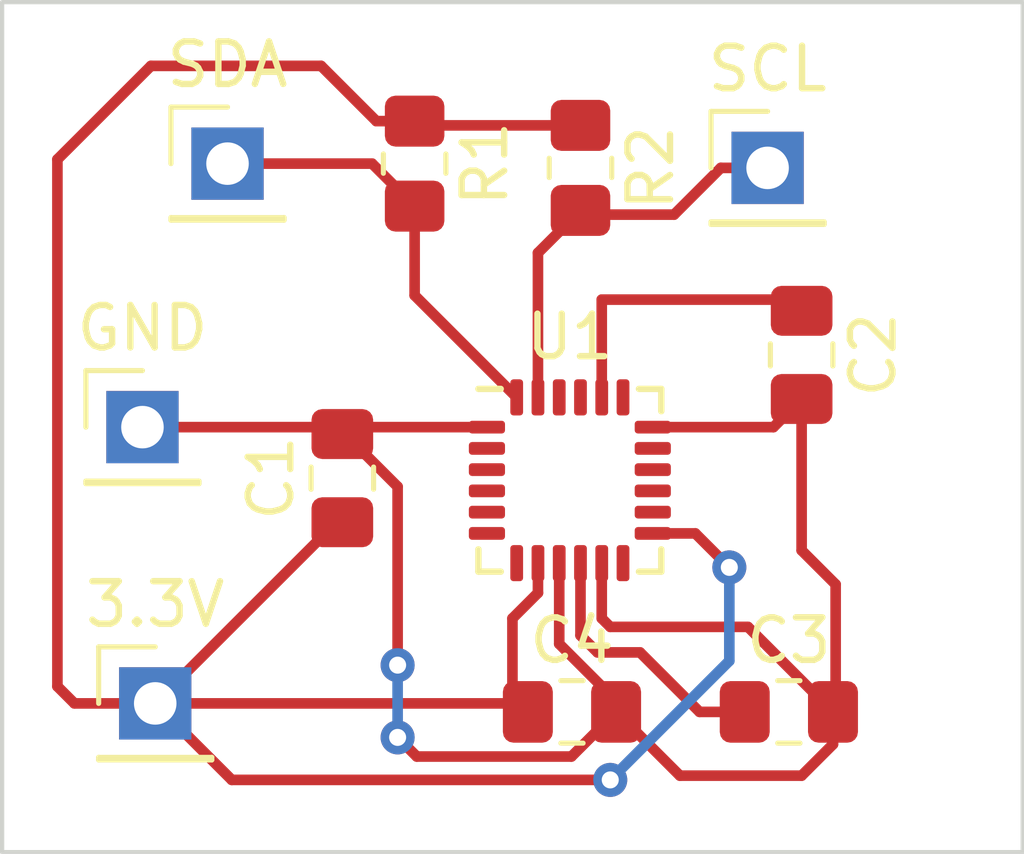
<source format=kicad_pcb>
(kicad_pcb (version 20221018) (generator pcbnew)
  (layers (0 "F.Cu" signal) (31 "B.Cu" signal) (34 "B.Paste" user) (35 "F.Paste" user) (36 "B.SilkS" user "B.Silkscreen") (37 "F.SilkS" user "F.Silkscreen") (38 "B.Mask" user) (39 "F.Mask" user) (44 "Edge.Cuts" user))
  (net 0 "")
  (net 1 "3.3V")
  (net 2 "GND")
  (net 3 "Net-(U1-CPOUT)")
  (net 4 "Net-(U1-REGOUT)")
  (net 5 "SDA")
  (net 6 "SCL")
  (footprint "Connector_PinHeader_2.54mm:PinHeader_1x01_P2.54mm_Vertical" (layer "F.Cu") (at 151.3 99.5)
    (fp_text reference "SDA" (at 0 -2.33) (layer "F.SilkS"))
    (fp_text value "SDA")
    (fp_line (start -1.33 -1.33) (end 0 -1.33) (stroke (width 0.12)) (layer "F.SilkS"))
    (fp_line (start -1.33 0) (end -1.33 -1.33) (stroke (width 0.12)) (layer "F.SilkS"))
    (fp_line (start -1.33 1.27) (end -1.33 1.33) (stroke (width 0.12)) (layer "F.SilkS"))
    (fp_line (start -1.33 1.27) (end 1.33 1.27) (stroke (width 0.12)) (layer "F.SilkS"))
    (fp_line (start -1.33 1.33) (end 1.33 1.33) (stroke (width 0.12)) (layer "F.SilkS"))
    (fp_line (start 1.33 1.27) (end 1.33 1.33) (stroke (width 0.12)) (layer "F.SilkS"))
    (pad "1" thru_hole rect (at 0 0) (size 1.7 1.7) (drill 1) (layers "*.Cu" "*.Mask") (net 5 "SDA"))
  )
  (footprint "Capacitor_SMD:C_0805_2012Metric_Pad1.18x1.45mm_HandSolder" (layer "F.Cu") (at 164.5 112.4)
    (fp_text reference "C3" (at 0 -1.68) (layer "F.SilkS"))
    (fp_text value "100nF")
    (fp_line (start -0.261252 -0.735) (end 0.261252 -0.735) (stroke (width 0.12)) (layer "F.SilkS"))
    (fp_line (start -0.261252 0.735) (end 0.261252 0.735) (stroke (width 0.12)) (layer "F.SilkS"))
    (pad "1" smd roundrect (at -1.0375 0) (size 1.175 1.45) (layers "F.Cu" "F.Paste" "F.Mask") (roundrect_rratio 0.212766) (net 4 "Net-(U1-REGOUT)"))
    (pad "2" smd roundrect (at 1.0375 0) (size 1.175 1.45) (layers "F.Cu" "F.Paste" "F.Mask") (roundrect_rratio 0.212766) (net 2 "GND"))
  )
  (footprint "Connector_PinHeader_2.54mm:PinHeader_1x01_P2.54mm_Vertical" (layer "F.Cu") (at 164 99.6)
    (fp_text reference "SCL" (at 0 -2.33) (layer "F.SilkS"))
    (fp_text value "SCL")
    (fp_line (start -1.33 -1.33) (end 0 -1.33) (stroke (width 0.12)) (layer "F.SilkS"))
    (fp_line (start -1.33 0) (end -1.33 -1.33) (stroke (width 0.12)) (layer "F.SilkS"))
    (fp_line (start -1.33 1.27) (end -1.33 1.33) (stroke (width 0.12)) (layer "F.SilkS"))
    (fp_line (start -1.33 1.27) (end 1.33 1.27) (stroke (width 0.12)) (layer "F.SilkS"))
    (fp_line (start -1.33 1.33) (end 1.33 1.33) (stroke (width 0.12)) (layer "F.SilkS"))
    (fp_line (start 1.33 1.27) (end 1.33 1.33) (stroke (width 0.12)) (layer "F.SilkS"))
    (pad "1" thru_hole rect (at 0 0) (size 1.7 1.7) (drill 1) (layers "*.Cu" "*.Mask") (net 6 "SCL"))
  )
  (footprint "Sensor_Motion:InvenSense_QFN-24_4x4mm_P0.5mm" (layer "F.Cu") (at 159.35 106.95)
    (fp_text reference "U1" (at 0 -3.375) (layer "F.SilkS"))
    (fp_text value "MPU-6050")
    (fp_line (start -2.15 -2.15) (end -1.625 -2.15) (stroke (width 0.15)) (layer "F.SilkS"))
    (fp_line (start -2.15 2.15) (end -2.15 1.625) (stroke (width 0.15)) (layer "F.SilkS"))
    (fp_line (start -2.15 2.15) (end -1.625 2.15) (stroke (width 0.15)) (layer "F.SilkS"))
    (fp_line (start 2.15 -2.15) (end 1.625 -2.15) (stroke (width 0.15)) (layer "F.SilkS"))
    (fp_line (start 2.15 -2.15) (end 2.15 -1.625) (stroke (width 0.15)) (layer "F.SilkS"))
    (fp_line (start 2.15 2.15) (end 1.625 2.15) (stroke (width 0.15)) (layer "F.SilkS"))
    (fp_line (start 2.15 2.15) (end 2.15 1.625) (stroke (width 0.15)) (layer "F.SilkS"))
    (pad "1" smd roundrect (at -1.95 -1.25) (size 0.85 0.3) (layers "F.Cu" "F.Paste" "F.Mask") (net 2 "GND"))
    (pad "2" smd roundrect (at -1.95 -0.75) (size 0.85 0.3) (layers "F.Cu" "F.Paste" "F.Mask"))
    (pad "3" smd roundrect (at -1.95 -0.25) (size 0.85 0.3) (layers "F.Cu" "F.Paste" "F.Mask"))
    (pad "4" smd roundrect (at -1.95 0.25) (size 0.85 0.3) (layers "F.Cu" "F.Paste" "F.Mask"))
    (pad "5" smd roundrect (at -1.95 0.75) (size 0.85 0.3) (layers "F.Cu" "F.Paste" "F.Mask"))
    (pad "6" smd roundrect (at -1.95 1.25) (size 0.85 0.3) (layers "F.Cu" "F.Paste" "F.Mask"))
    (pad "7" smd roundrect (at -1.25 1.95 90) (size 0.85 0.3) (layers "F.Cu" "F.Paste" "F.Mask"))
    (pad "8" smd roundrect (at -0.75 1.95 90) (size 0.85 0.3) (layers "F.Cu" "F.Paste" "F.Mask") (net 1 "3.3V"))
    (pad "9" smd roundrect (at -0.25 1.95 90) (size 0.85 0.3) (layers "F.Cu" "F.Paste" "F.Mask") (net 2 "GND"))
    (pad "10" smd roundrect (at 0.25 1.95 90) (size 0.85 0.3) (layers "F.Cu" "F.Paste" "F.Mask") (net 4 "Net-(U1-REGOUT)"))
    (pad "11" smd roundrect (at 0.75 1.95 90) (size 0.85 0.3) (layers "F.Cu" "F.Paste" "F.Mask") (net 2 "GND"))
    (pad "12" smd roundrect (at 1.25 1.95 90) (size 0.85 0.3) (layers "F.Cu" "F.Paste" "F.Mask"))
    (pad "13" smd roundrect (at 1.95 1.25) (size 0.85 0.3) (layers "F.Cu" "F.Paste" "F.Mask") (net 1 "3.3V"))
    (pad "14" smd roundrect (at 1.95 0.75) (size 0.85 0.3) (layers "F.Cu" "F.Paste" "F.Mask"))
    (pad "15" smd roundrect (at 1.95 0.25) (size 0.85 0.3) (layers "F.Cu" "F.Paste" "F.Mask"))
    (pad "16" smd roundrect (at 1.95 -0.25) (size 0.85 0.3) (layers "F.Cu" "F.Paste" "F.Mask"))
    (pad "17" smd roundrect (at 1.95 -0.75) (size 0.85 0.3) (layers "F.Cu" "F.Paste" "F.Mask"))
    (pad "18" smd roundrect (at 1.95 -1.25) (size 0.85 0.3) (layers "F.Cu" "F.Paste" "F.Mask") (net 2 "GND"))
    (pad "19" smd roundrect (at 1.25 -1.95 90) (size 0.85 0.3) (layers "F.Cu" "F.Paste" "F.Mask"))
    (pad "20" smd roundrect (at 0.75 -1.95 90) (size 0.85 0.3) (layers "F.Cu" "F.Paste" "F.Mask") (net 3 "Net-(U1-CPOUT)"))
    (pad "21" smd roundrect (at 0.25 -1.95 90) (size 0.85 0.3) (layers "F.Cu" "F.Paste" "F.Mask"))
    (pad "22" smd roundrect (at -0.25 -1.95 90) (size 0.85 0.3) (layers "F.Cu" "F.Paste" "F.Mask"))
    (pad "23" smd roundrect (at -0.75 -1.95 90) (size 0.85 0.3) (layers "F.Cu" "F.Paste" "F.Mask") (net 6 "SCL"))
    (pad "24" smd roundrect (at -1.25 -1.95 90) (size 0.85 0.3) (layers "F.Cu" "F.Paste" "F.Mask") (net 5 "SDA"))
  )
  (footprint "Connector_PinHeader_2.54mm:PinHeader_1x01_P2.54mm_Vertical" (layer "F.Cu") (at 149.6 112.2)
    (fp_text reference "3.3V" (at 0 -2.33) (layer "F.SilkS"))
    (fp_text value "3.3V")
    (fp_line (start -1.33 -1.33) (end 0 -1.33) (stroke (width 0.12)) (layer "F.SilkS"))
    (fp_line (start -1.33 0) (end -1.33 -1.33) (stroke (width 0.12)) (layer "F.SilkS"))
    (fp_line (start -1.33 1.27) (end -1.33 1.33) (stroke (width 0.12)) (layer "F.SilkS"))
    (fp_line (start -1.33 1.27) (end 1.33 1.27) (stroke (width 0.12)) (layer "F.SilkS"))
    (fp_line (start -1.33 1.33) (end 1.33 1.33) (stroke (width 0.12)) (layer "F.SilkS"))
    (fp_line (start 1.33 1.27) (end 1.33 1.33) (stroke (width 0.12)) (layer "F.SilkS"))
    (pad "1" thru_hole rect (at 0 0) (size 1.7 1.7) (drill 1) (layers "*.Cu" "*.Mask") (net 1 "3.3V"))
  )
  (footprint "Capacitor_SMD:C_0805_2012Metric_Pad1.18x1.45mm_HandSolder" (layer "F.Cu") (at 164.8 104 -90)
    (fp_text reference "C2" (at 0 -1.68 90) (layer "F.SilkS"))
    (fp_text value "2.2nF")
    (fp_line (start -0.261252 -0.735) (end 0.261252 -0.735) (stroke (width 0.12)) (layer "F.SilkS"))
    (fp_line (start -0.261252 0.735) (end 0.261252 0.735) (stroke (width 0.12)) (layer "F.SilkS"))
    (pad "1" smd roundrect (at -1.0375 0 270) (size 1.175 1.45) (layers "F.Cu" "F.Paste" "F.Mask") (roundrect_rratio 0.212766) (net 3 "Net-(U1-CPOUT)"))
    (pad "2" smd roundrect (at 1.0375 0 270) (size 1.175 1.45) (layers "F.Cu" "F.Paste" "F.Mask") (roundrect_rratio 0.212766) (net 2 "GND"))
  )
  (footprint "Capacitor_SMD:C_0805_2012Metric_Pad1.18x1.45mm_HandSolder" (layer "F.Cu") (at 159.4 112.4)
    (fp_text reference "C4" (at 0 -1.68) (layer "F.SilkS"))
    (fp_text value "10nF")
    (fp_line (start -0.261252 -0.735) (end 0.261252 -0.735) (stroke (width 0.12)) (layer "F.SilkS"))
    (fp_line (start -0.261252 0.735) (end 0.261252 0.735) (stroke (width 0.12)) (layer "F.SilkS"))
    (pad "1" smd roundrect (at -1.0375 0) (size 1.175 1.45) (layers "F.Cu" "F.Paste" "F.Mask") (roundrect_rratio 0.212766) (net 1 "3.3V"))
    (pad "2" smd roundrect (at 1.0375 0) (size 1.175 1.45) (layers "F.Cu" "F.Paste" "F.Mask") (roundrect_rratio 0.212766) (net 2 "GND"))
  )
  (footprint "Resistor_SMD:R_0805_2012Metric_Pad1.20x1.40mm_HandSolder" (layer "F.Cu") (at 159.6 99.6 -90)
    (fp_text reference "R2" (at 0 -1.65 90) (layer "F.SilkS"))
    (fp_text value "4.7K")
    (fp_line (start -0.227064 -0.735) (end 0.227064 -0.735) (stroke (width 0.12)) (layer "F.SilkS"))
    (fp_line (start -0.227064 0.735) (end 0.227064 0.735) (stroke (width 0.12)) (layer "F.SilkS"))
    (pad "1" smd roundrect (at -1 0 270) (size 1.2 1.4) (layers "F.Cu" "F.Paste" "F.Mask") (roundrect_rratio 0.208333) (net 1 "3.3V"))
    (pad "2" smd roundrect (at 1 0 270) (size 1.2 1.4) (layers "F.Cu" "F.Paste" "F.Mask") (roundrect_rratio 0.208333) (net 6 "SCL"))
  )
  (footprint "Connector_PinHeader_2.54mm:PinHeader_1x01_P2.54mm_Vertical" (layer "F.Cu") (at 149.3 105.7)
    (fp_text reference "GND" (at 0 -2.33) (layer "F.SilkS"))
    (fp_text value "GND")
    (fp_line (start -1.33 -1.33) (end 0 -1.33) (stroke (width 0.12)) (layer "F.SilkS"))
    (fp_line (start -1.33 0) (end -1.33 -1.33) (stroke (width 0.12)) (layer "F.SilkS"))
    (fp_line (start -1.33 1.27) (end -1.33 1.33) (stroke (width 0.12)) (layer "F.SilkS"))
    (fp_line (start -1.33 1.27) (end 1.33 1.27) (stroke (width 0.12)) (layer "F.SilkS"))
    (fp_line (start -1.33 1.33) (end 1.33 1.33) (stroke (width 0.12)) (layer "F.SilkS"))
    (fp_line (start 1.33 1.27) (end 1.33 1.33) (stroke (width 0.12)) (layer "F.SilkS"))
    (pad "1" thru_hole rect (at 0 0) (size 1.7 1.7) (drill 1) (layers "*.Cu" "*.Mask") (net 2 "GND"))
  )
  (footprint "Resistor_SMD:R_0805_2012Metric_Pad1.20x1.40mm_HandSolder" (layer "F.Cu") (at 155.7 99.5 -90)
    (fp_text reference "R1" (at 0 -1.65 90) (layer "F.SilkS"))
    (fp_text value "4.7K")
    (fp_line (start -0.227064 -0.735) (end 0.227064 -0.735) (stroke (width 0.12)) (layer "F.SilkS"))
    (fp_line (start -0.227064 0.735) (end 0.227064 0.735) (stroke (width 0.12)) (layer "F.SilkS"))
    (pad "1" smd roundrect (at -1 0 270) (size 1.2 1.4) (layers "F.Cu" "F.Paste" "F.Mask") (roundrect_rratio 0.208333) (net 1 "3.3V"))
    (pad "2" smd roundrect (at 1 0 270) (size 1.2 1.4) (layers "F.Cu" "F.Paste" "F.Mask") (roundrect_rratio 0.208333) (net 5 "SDA"))
  )
  (footprint "Capacitor_SMD:C_0805_2012Metric_Pad1.18x1.45mm_HandSolder" (layer "F.Cu") (at 154 106.9 90)
    (fp_text reference "C1" (at 0 -1.68 90) (layer "F.SilkS"))
    (fp_text value "100nF")
    (fp_line (start -0.261252 -0.735) (end 0.261252 -0.735) (stroke (width 0.12)) (layer "F.SilkS"))
    (fp_line (start -0.261252 0.735) (end 0.261252 0.735) (stroke (width 0.12)) (layer "F.SilkS"))
    (pad "1" smd roundrect (at -1.0375 0 90) (size 1.175 1.45) (layers "F.Cu" "F.Paste" "F.Mask") (roundrect_rratio 0.212766) (net 1 "3.3V"))
    (pad "2" smd roundrect (at 1.0375 0 90) (size 1.175 1.45) (layers "F.Cu" "F.Paste" "F.Mask") (roundrect_rratio 0.212766) (net 2 "GND"))
  )
  (gr_rect (start 146 95.7) (end 170 115.7) (stroke (width 0.1)) (fill none) (layer "Edge.Cuts"))
  (segment (start 158.3625 112.4) (end 158.1625 112.2) (width 0.25) (layer "F.Cu") (net 1))
  (segment (start 158.6 108.9) (end 158.6 109.6) (width 0.25) (layer "F.Cu") (net 1))
  (segment (start 159.6 98.6) (end 155.8 98.6) (width 0.25) (layer "F.Cu") (net 1))
  (segment (start 147.3 99.4) (end 147.3 111.8) (width 0.25) (layer "F.Cu") (net 1))
  (segment (start 147.7 112.2) (end 149.6 112.2) (width 0.25) (layer "F.Cu") (net 1))
  (segment (start 154 107.9375) (end 153.8625 107.9375) (width 0.25) (layer "F.Cu") (net 1))
  (segment (start 151.4 114) (end 149.6 112.2) (width 0.25) (layer "F.Cu") (net 1))
  (segment (start 160.3 114) (end 151.4 114) (width 0.25) (layer "F.Cu") (net 1))
  (segment (start 158 112.0375) (end 158.3625 112.4) (width 0.25) (layer "F.Cu") (net 1))
  (segment (start 153.5 97.2) (end 149.5 97.2) (width 0.25) (layer "F.Cu") (net 1))
  (segment (start 147.3 111.8) (end 147.7 112.2) (width 0.25) (layer "F.Cu") (net 1))
  (segment (start 149.5 97.2) (end 147.3 99.4) (width 0.25) (layer "F.Cu") (net 1))
  (segment (start 155.7 98.5) (end 154.8 98.5) (width 0.25) (layer "F.Cu") (net 1))
  (segment (start 155.8 98.6) (end 155.7 98.5) (width 0.25) (layer "F.Cu") (net 1))
  (segment (start 158 110.2) (end 158 112.0375) (width 0.25) (layer "F.Cu") (net 1))
  (segment (start 162.3 108.2) (end 163.1 109) (width 0.25) (layer "F.Cu") (net 1))
  (segment (start 158.1625 112.2) (end 149.6 112.2) (width 0.25) (layer "F.Cu") (net 1))
  (segment (start 154.8 98.5) (end 153.5 97.2) (width 0.25) (layer "F.Cu") (net 1))
  (segment (start 158.6 109.6) (end 158 110.2) (width 0.25) (layer "F.Cu") (net 1))
  (segment (start 153.8625 107.9375) (end 149.6 112.2) (width 0.25) (layer "F.Cu") (net 1))
  (segment (start 161.3 108.2) (end 162.3 108.2) (width 0.25) (layer "F.Cu") (net 1))
  (via (at 160.3 114) (size 0.8) (drill 0.4) (layers "F.Cu" "B.Cu") (net 1))
  (via (at 163.1 109) (size 0.8) (drill 0.4) (layers "F.Cu" "B.Cu") (net 1))
  (segment (start 163.1 109) (end 163.1 111.2) (width 0.25) (layer "B.Cu") (net 1))
  (segment (start 163.1 111.2) (end 160.3 114) (width 0.25) (layer "B.Cu") (net 1))
  (segment (start 159.1 110.8) (end 160.4375 112.1375) (width 0.25) (layer "F.Cu") (net 2))
  (segment (start 160.1 110.2) (end 160.3 110.4) (width 0.25) (layer "F.Cu") (net 2))
  (segment (start 159.3875 113.45) (end 160.4375 112.4) (width 0.25) (layer "F.Cu") (net 2))
  (segment (start 164.8 113.9) (end 161.9375 113.9) (width 0.25) (layer "F.Cu") (net 2))
  (segment (start 165.6 109.4) (end 165.6 112.3375) (width 0.25) (layer "F.Cu") (net 2))
  (segment (start 157.4 105.7) (end 154.1625 105.7) (width 0.25) (layer "F.Cu") (net 2))
  (segment (start 153.8375 105.7) (end 149.3 105.7) (width 0.25) (layer "F.Cu") (net 2))
  (segment (start 155.3 113) (end 155.75 113.45) (width 0.25) (layer "F.Cu") (net 2))
  (segment (start 154 105.8625) (end 154.0625 105.8625) (width 0.25) (layer "F.Cu") (net 2))
  (segment (start 160.1 108.9) (end 160.1 110.2) (width 0.25) (layer "F.Cu") (net 2))
  (segment (start 159.1 108.9) (end 159.1 110.8) (width 0.25) (layer "F.Cu") (net 2))
  (segment (start 164.1375 105.7) (end 164.8 105.0375) (width 0.25) (layer "F.Cu") (net 2))
  (segment (start 163.5375 110.4) (end 165.5375 112.4) (width 0.25) (layer "F.Cu") (net 2))
  (segment (start 161.9375 113.9) (end 160.4375 112.4) (width 0.25) (layer "F.Cu") (net 2))
  (segment (start 164.8 108.6) (end 165.6 109.4) (width 0.25) (layer "F.Cu") (net 2))
  (segment (start 160.4375 112.1375) (end 160.4375 112.4) (width 0.25) (layer "F.Cu") (net 2))
  (segment (start 154.1625 105.7) (end 154 105.8625) (width 0.25) (layer "F.Cu") (net 2))
  (segment (start 165.5375 113.1625) (end 164.8 113.9) (width 0.25) (layer "F.Cu") (net 2))
  (segment (start 154.0625 105.8625) (end 155.3 107.1) (width 0.25) (layer "F.Cu") (net 2))
  (segment (start 160.3 110.4) (end 163.5375 110.4) (width 0.25) (layer "F.Cu") (net 2))
  (segment (start 165.6 112.3375) (end 165.5375 112.4) (width 0.25) (layer "F.Cu") (net 2))
  (segment (start 155.75 113.45) (end 159.3875 113.45) (width 0.25) (layer "F.Cu") (net 2))
  (segment (start 154 105.8625) (end 153.8375 105.7) (width 0.25) (layer "F.Cu") (net 2))
  (segment (start 164.8 105.0375) (end 164.8 108.6) (width 0.25) (layer "F.Cu") (net 2))
  (segment (start 161.3 105.7) (end 164.1375 105.7) (width 0.25) (layer "F.Cu") (net 2))
  (segment (start 155.3 107.1) (end 155.3 111.3) (width 0.25) (layer "F.Cu") (net 2))
  (segment (start 165.5375 112.4) (end 165.5375 113.1625) (width 0.25) (layer "F.Cu") (net 2))
  (via (at 155.3 111.3) (size 0.8) (drill 0.4) (layers "F.Cu" "B.Cu") (net 2))
  (via (at 155.3 113) (size 0.8) (drill 0.4) (layers "F.Cu" "B.Cu") (net 2))
  (segment (start 155.3 111.3) (end 155.3 113) (width 0.25) (layer "B.Cu") (net 2))
  (segment (start 164.5375 102.7) (end 164.8 102.9625) (width 0.25) (layer "F.Cu") (net 3))
  (segment (start 160.1 102.7) (end 164.5375 102.7) (width 0.25) (layer "F.Cu") (net 3))
  (segment (start 160.1 105) (end 160.1 102.7) (width 0.25) (layer "F.Cu") (net 3))
  (segment (start 160 111) (end 161 111) (width 0.25) (layer "F.Cu") (net 4))
  (segment (start 162.4 112.4) (end 163.4625 112.4) (width 0.25) (layer "F.Cu") (net 4))
  (segment (start 161 111) (end 162.4 112.4) (width 0.25) (layer "F.Cu") (net 4))
  (segment (start 159.6 108.9) (end 159.6 110.6) (width 0.25) (layer "F.Cu") (net 4))
  (segment (start 159.6 110.6) (end 160 111) (width 0.25) (layer "F.Cu") (net 4))
  (segment (start 158.1 105) (end 155.7 102.6) (width 0.25) (layer "F.Cu") (net 5))
  (segment (start 155.7 102.6) (end 155.7 100.5) (width 0.25) (layer "F.Cu") (net 5))
  (segment (start 154.7 99.5) (end 151.3 99.5) (width 0.25) (layer "F.Cu") (net 5))
  (segment (start 155.7 100.5) (end 154.7 99.5) (width 0.25) (layer "F.Cu") (net 5))
  (segment (start 161.8 100.7) (end 159.7 100.7) (width 0.25) (layer "F.Cu") (net 6))
  (segment (start 158.6 105) (end 158.6 101.6) (width 0.25) (layer "F.Cu") (net 6))
  (segment (start 164 99.6) (end 162.9 99.6) (width 0.25) (layer "F.Cu") (net 6))
  (segment (start 162.9 99.6) (end 161.8 100.7) (width 0.25) (layer "F.Cu") (net 6))
  (segment (start 158.6 101.6) (end 159.6 100.6) (width 0.25) (layer "F.Cu") (net 6))
  (segment (start 159.7 100.7) (end 159.6 100.6) (width 0.25) (layer "F.Cu") (net 6))
)
</source>
